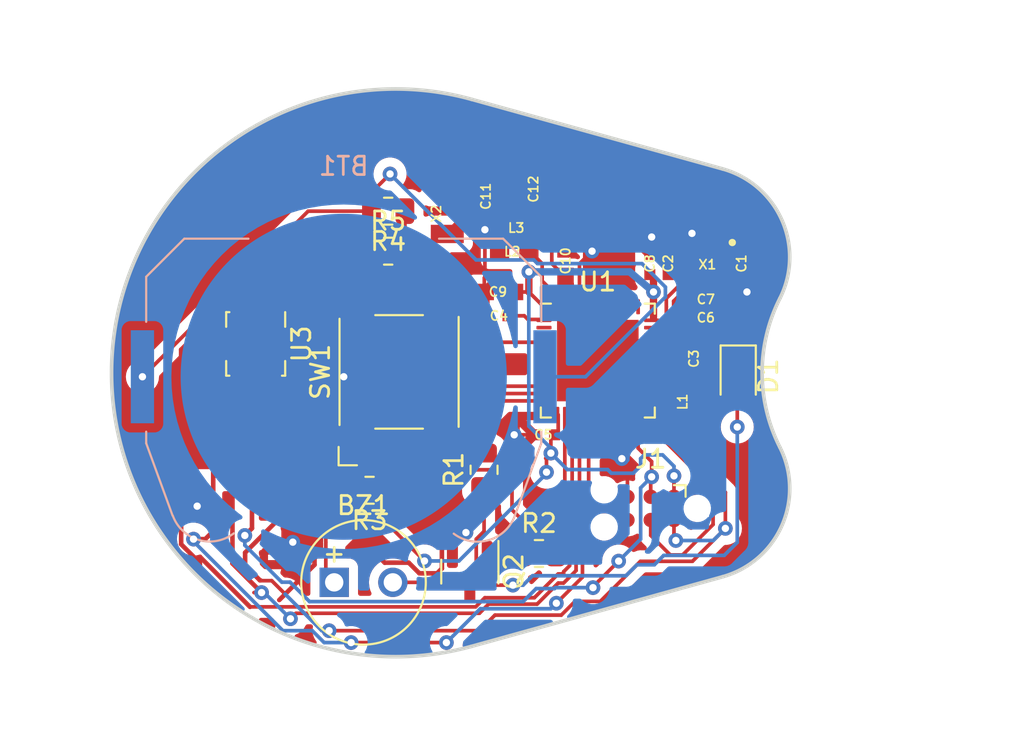
<source format=kicad_pcb>
(kicad_pcb (version 20221018) (generator pcbnew)
  (layers (0 "F.Cu" signal) (31 "B.Cu" signal) (34 "B.Paste" user) (35 "F.Paste" user) (36 "B.SilkS" user "B.Silkscreen") (37 "F.SilkS" user "F.Silkscreen") (38 "B.Mask" user) (39 "F.Mask" user) (44 "Edge.Cuts" user))
  (net 0 "")
  (net 1 "GND")
  (net 2 "P0.00/XL1")
  (net 3 "P0.01/XL2")
  (net 4 "RF")
  (net 5 "N$2")
  (net 6 "Net-(D1-A)")
  (net 7 "/P0.10")
  (net 8 "/DEC1")
  (net 9 "/P0.00{slash}XL1")
  (net 10 "/P0.01{slash}XL2")
  (net 11 "/P0.06")
  (net 12 "/P0.07")
  (net 13 "/P0.08")
  (net 14 "/P0.09")
  (net 15 "VCC")
  (net 16 "/P0.14")
  (net 17 "/P0.15")
  (net 18 "/P0.16")
  (net 19 "/P0.17")
  (net 20 "/P0.18{slash}SWO")
  (net 21 "/P0.19")
  (net 22 "/P0.20")
  (net 23 "/P0.21{slash}RESET")
  (net 24 "/SWDCLK")
  (net 25 "/P0.22")
  (net 26 "/P0.23")
  (net 27 "/P0.24")
  (net 28 "Net-(U1-ANT@30)")
  (net 29 "/DEC2")
  (net 30 "/DEC3")
  (net 31 "Net-(U1-XC1@34)")
  (net 32 "Net-(U1-XC2@35)")
  (net 33 "/P0.25")
  (net 34 "/P0.26")
  (net 35 "/P0.27")
  (net 36 "/P0.28")
  (net 37 "/P0.29")
  (net 38 "/P0.30")
  (net 39 "/P0.31")
  (net 41 "/DEC4")
  (net 42 "Net-(U1-DCC@47)")
  (net 43 "Net-(BZ1-+)")
  (net 44 "Net-(Q2-B)")
  (net 45 "Net-(R3-Pad2)")
  (net 46 "P02")
  (net 47 "Net-(BT1-+)")
  (net 48 "Net-(BT1--)")
  (net 49 "SCL")
  (net 50 "CS")
  (net 51 "SDA")
  (net 52 "SDO")
  (net 53 "/P0.05")
  (net 54 "/P0.04")
  (net 55 "/P0.03")
  (footprint "XTAL_3215_N" (layer "F.Cu") (at 141.2484 97.8844 90)
    (fp_text reference "X2")
    (fp_text value "32.768kHz")
  )
  (footprint "RESC0402_N" (layer "F.Cu") (at 157.3011 100.8036 -90)
    (fp_text reference "C1")
    (fp_text value "12pF")
  )
  (footprint "RESC0402_N" (layer "F.Cu") (at 153.3011 100.8036 90)
    (fp_text reference "C2")
    (fp_text value "12pF")
  )
  (footprint "RESC0402_N" (layer "F.Cu") (at 144.0092 103.6036 180)
    (fp_text reference "C4")
    (fp_text value "100nF")
  )
  (footprint "Resistor_SMD:R_0805_2012Metric" (layer "F.Cu") (at 143.256 112.014 90)
    (fp_text reference "R1")
    (fp_text value "R")
  )
  (footprint "RESC0402_N" (layer "F.Cu") (at 145.9484 96.8844 -90)
    (fp_text reference "C12")
    (fp_text value "12pF")
  )
  (footprint "RESC0402_N" (layer "F.Cu") (at 154.686 108.2968 -90)
    (fp_text reference "L1")
    (fp_text value "3.9nH")
  )
  (footprint "RESC0402_N" (layer "F.Cu") (at 152.3011 100.8036 90)
    (fp_text reference "C8")
    (fp_text value "100nF")
  )
  (footprint "RESC0603_N" (layer "F.Cu") (at 147.7011 100.7036 90)
    (fp_text reference "C10")
    (fp_text value "1.0µF")
  )
  (footprint "RESC0603_N" (layer "F.Cu") (at 144.9011 100.1036 180)
    (fp_text reference "L2")
    (fp_text value "10µH")
  )
  (footprint "RESC0402_N" (layer "F.Cu") (at 143.9484 96.8844 90)
    (fp_text reference "C11")
    (fp_text value "12pF")
  )
  (footprint "Resistor_SMD:R_0805_2012Metric" (layer "F.Cu") (at 138.0236 100.076)
    (fp_text reference "R5")
    (fp_text value "R")
  )
  (footprint "Package_TO_SOT_SMD:SOT-23" (layer "F.Cu") (at 142.4788 117.5743 -90)
    (fp_text reference "Q2")
    (fp_text value "MMBTA42")
  )
  (footprint "RESC0402_N" (layer "F.Cu") (at 154.7011 106.0036 90)
    (fp_text reference "C3")
    (fp_text value "0.8pF")
  )
  (footprint "BT-XTAL_2016_N" (layer "F.Cu") (at 155.3011 100.8036 180)
    (fp_text reference "X1")
    (fp_text value "32MHz")
  )
  (footprint "Resistor_SMD:R_0805_2012Metric" (layer "F.Cu") (at 146.2513 116.586)
    (fp_text reference "R2")
    (fp_text value "R")
  )
  (footprint "RESC0402_N" (layer "F.Cu") (at 146.5511 110.1036 180)
    (fp_text reference "C5")
    (fp_text value "100nF")
  )
  (footprint "RESC0603_N" (layer "F.Cu") (at 144.0688 102.3036 180)
    (fp_text reference "C9")
    (fp_text value "4.7µF")
  )
  (footprint "RESC0402_N" (layer "F.Cu") (at 155.3011 102.7036)
    (fp_text reference "C7")
    (fp_text value "100pF")
  )
  (footprint "Buzzer_Beeper:MagneticBuzzer_Kingstate_KCG0601" (layer "F.Cu") (at 135.0776 118.1608)
    (fp_text reference "BZ1")
    (fp_text value "Buzzer")
  )
  (footprint "LED_SMD:LED_0805_2012Metric" (layer "F.Cu") (at 157.1244 106.9109 -90)
    (fp_text reference "D1")
    (fp_text value "LED")
  )
  (footprint "Resistor_SMD:R_0805_2012Metric" (layer "F.Cu") (at 138.0236 97.8916 180)
    (fp_text reference "R4")
    (fp_text value "R")
  )
  (footprint "Resistor_SMD:R_0805_2012Metric" (layer "F.Cu") (at 137.0076 113.1316 180)
    (fp_text reference "R3")
    (fp_text value "R")
  )
  (footprint "Sensor_Motion:Analog_LGA-16_3.25x3mm_P0.5mm_LayoutBorder3x5y" (layer "F.Cu") (at 130.7925 105.14 -90)
    (fp_text reference "U3")
    (fp_text value "ADXL363")
  )
  (footprint "Button_Switch_SMD:SW_SPST_Omron_B3FS-100xP" (layer "F.Cu") (at 138.6184 106.6674 90)
    (fp_text reference "SW1")
    (fp_text value "SW_Push")
  )
  (footprint "RESC0402_N" (layer "F.Cu") (at 144.9011 98.8036)
    (fp_text reference "L3")
    (fp_text value "15nH")
  )
  (footprint "Package_DFN_QFN:UQFN-48-1EP_6x6mm_P0.4mm_EP4.45x4.45mm" (layer "F.Cu") (at 149.4625 106.05)
    (fp_text reference "U1")
    (fp_text value "NRF52832")
  )
  (footprint "RESC0402_N" (layer "F.Cu") (at 155.3011 103.7036)
    (fp_text reference "C6")
    (fp_text value "N.M.")
  )
  (footprint "Connector:Tag-Connect_TC2030-IDC-NL_2x03_P1.27mm_Vertical" (layer "F.Cu") (at 152.3492 114.1222 180)
    (fp_text reference "J1")
    (fp_text value "Conn_ARM_SWD_TagConnect_TC2030-NL")
  )
  (footprint "Battery:BatteryHolder_Keystone_3034_1x20mm" (layer "B.Cu") (at 135.5974 106.934 180)
    (fp_text reference "BT1")
    (fp_text value "Battery_Cell")
  )
  (gr_arc (start 156.270874 95.582893) (mid 159.508209 98.380462) (end 159.39648 102.657638) (stroke (width 0.2)) (layer "Edge.Cuts"))
  (gr_line (start 142.569983 91.783254) (end 156.270874 95.582893) (stroke (width 0.2)) (layer "Edge.Cuts"))
  (gr_arc (start 159.39648 110.781388) (mid 159.508193 115.058543) (end 156.270874 117.856133) (stroke (width 0.2)) (layer "Edge.Cuts"))
  (gr_line (start 156.270874 117.856133) (end 142.569983 121.655772) (stroke (width 0.2)) (layer "Edge.Cuts"))
  (gr_arc (start 159.39648 110.781388) (mid 158.427741 106.719513) (end 159.39648 102.657638) (stroke (width 0.2)) (layer "Edge.Cuts"))
  (gr_arc (start 142.569983 121.655772) (mid 122.927742 106.719513) (end 142.569983 91.783254) (stroke (width 0.2)) (layer "Edge.Cuts"))
  (segment (start 152.3011 99.4036) (end 152.4011 99.3036) (width 0.2) (layer "F.Cu") (net 1))
  (segment (start 157.3011 101.3536) (end 156.0511 101.3536) (width 0.2) (layer "F.Cu") (net 1))
  (segment (start 131.2164 117.1952) (end 132.3048 117.1952) (width 0.2) (layer "F.Cu") (net 1))
  (segment (start 156.0261 101.3786) (end 156.0261 101.9286) (width 0.2) (layer "F.Cu") (net 1))
  (segment (start 157.2011 102.7036) (end 157.6011 102.3036) (width 0.2) (layer "F.Cu") (net 1))
  (segment (start 156.0261 101.9286) (end 156.8011 102.7036) (width 0.2) (layer "F.Cu") (net 1))
  (segment (start 148.9764 99.9036) (end 149.1488 100.076) (width 0.2) (layer "F.Cu") (net 1))
  (segment (start 156.0511 101.3536) (end 156.0261 101.3786) (width 0.2) (layer "F.Cu") (net 1))
  (segment (start 148.4625 100.7623) (end 149.1488 100.076) (width 0.2) (layer "F.Cu") (net 1))
  (segment (start 132.818276 116.681724) (end 132.818276 115.965588) (width 0.2) (layer "F.Cu") (net 1))
  (segment (start 143.3011 101.5036) (end 143.2688 101.5359) (width 0.2) (layer "F.Cu") (net 1))
  (segment (start 132.3048 117.1952) (end 132.818276 116.681724) (width 0.2) (layer "F.Cu") (net 1))
  (segment (start 154.5761 99.1286) (end 154.6011 99.1036) (width 0.2) (layer "F.Cu") (net 1))
  (segment (start 151.0792 112.4458) (end 151.0792 111.7092) (width 0.2) (layer "F.Cu") (net 1))
  (segment (start 143.3011 101.5036) (end 143.3011 98.9036) (width 0.2) (layer "F.Cu") (net 1))
  (segment (start 141.5288 116.1796) (end 142.2663 115.4421) (width 0.2) (layer "F.Cu") (net 1))
  (segment (start 155.0511 105.4536) (end 156.8011 103.7036) (width 0.2) (layer "F.Cu") (net 1))
  (segment (start 143.3011 98.0817) (end 143.3011 98.9036) (width 0.2) (layer "F.Cu") (net 1))
  (segment (start 157.1244 105.9734) (end 157.1244 104.0269) (width 0.2) (layer "F.Cu") (net 1))
  (segment (start 146.0011 110.1036) (end 144.9011 110.1036) (width 0.2) (layer "F.Cu") (net 1))
  (segment (start 143.9484 97.4344) (end 143.3011 98.0817) (width 0.2) (layer "F.Cu") (net 1))
  (segment (start 156.8011 102.7036) (end 157.2011 102.7036) (width 0.2) (layer "F.Cu") (net 1))
  (segment (start 155.8511 103.7036) (end 156.8011 103.7036) (width 0.2) (layer "F.Cu") (net 1))
  (segment (start 154.3511 105.8036) (end 154.7011 105.4536) (width 0.2) (layer "F.Cu") (net 1))
  (segment (start 132.388664 116.3952) (end 132.818276 115.965588) (width 0.2) (layer "F.Cu") (net 1))
  (segment (start 157.3011 101.3536) (end 157.3011 102.0036) (width 0.2) (layer "F.Cu") (net 1))
  (segment (start 141.5288 116.6368) (end 141.5288 116.1796) (width 0.2) (layer "F.Cu") (net 1))
  (segment (start 143.9484 97.4344) (end 144.8484 97.4344) (width 0.2) (layer "F.Cu") (net 1))
  (segment (start 144.8484 97.4344) (end 145.9484 96.3344) (width 0.2) (layer "F.Cu") (net 1))
  (segment (start 154.5511 100.2536) (end 154.5761 100.2286) (width 0.2) (layer "F.Cu") (net 1))
  (segment (start 151.0792 113.4872) (end 151.0792 112.4458) (width 0.2) (layer "F.Cu") (net 1))
  (segment (start 127.6048 113.9952) (end 127.6 114) (width 0.2) (layer "F.Cu") (net 1))
  (segment (start 148.4625 103.1125) (end 148.4625 100.7623) (width 0.2) (layer "F.Cu") (net 1))
  (segment (start 151.0792 111.7092) (end 150.7744 111.4044) (width 0.2) (layer "F.Cu") (net 1))
  (segment (start 157.3011 102.0036) (end 157.6011 102.3036) (width 0.2) (layer "F.Cu") (net 1))
  (segment (start 143.4592 103.6036) (end 143.4592 102.494) (width 0.2) (layer "F.Cu") (net 1))
  (segment (start 143.2688 101.5359) (end 143.2688 102.3036) (width 0.2) (layer "F.Cu") (net 1))
  (segment (start 154.5761 100.2286) (end 154.5761 99.1286) (width 0.2) (layer "F.Cu") (net 1))
  (segment (start 131.2164 116.3952) (end 132.388664 116.3952) (width 0.2) (layer "F.Cu") (net 1))
  (segment (start 143.4592 102.494) (end 143.2688 102.3036) (width 0.2) (layer "F.Cu") (net 1))
  (segment (start 147.7011 99.9036) (end 148.9764 99.9036) (width 0.2) (layer "F.Cu") (net 1))
  (segment (start 152.5011 105.8036) (end 154.3511 105.8036) (width 0.2) (layer "F.Cu") (net 1))
  (segment (start 157.1244 104.0269) (end 156.8011 103.7036) (width 0.2) (layer "F.Cu") (net 1))
  (segment (start 154.7011 105.4536) (end 155.0511 105.4536) (width 0.2) (layer "F.Cu") (net 1))
  (segment (start 155.8511 102.7036) (end 156.8011 102.7036) (width 0.2) (layer "F.Cu") (net 1))
  (segment (start 152.3011 100.2536) (end 152.3011 99.4036) (width 0.2) (layer "F.Cu") (net 1))
  (segment (start 156.8011 103.7036) (end 156.8011 102.7036) (width 0.2) (layer "F.Cu") (net 1))
  (segment (start 153.3011 100.2536) (end 154.5511 100.2536) (width 0.2) (layer "F.Cu") (net 1))
  (via (at 127.6 114) (size 0.8) (drill 0.4) (layers "F.Cu" "B.Cu") (net 1))
  (via (at 132.818276 115.965588) (size 0.8) (drill 0.4) (layers "F.Cu" "B.Cu") (net 1))
  (via (at 152.4011 99.3036) (size 0.8) (drill 0.4) (layers "F.Cu" "B.Cu") (net 1))
  (via (at 157.6011 102.3036) (size 0.8) (drill 0.4) (layers "F.Cu" "B.Cu") (net 1))
  (via (at 149.1488 100.076) (size 0.8) (drill 0.4) (layers "F.Cu" "B.Cu") (net 1))
  (via (at 154.6011 99.1036) (size 0.8) (drill 0.4) (layers "F.Cu" "B.Cu") (net 1))
  (via (at 142.2663 115.4421) (size 0.8) (drill 0.4) (layers "F.Cu" "B.Cu") (net 1))
  (via (at 150.7744 111.4044) (size 0.8) (drill 0.4) (layers "F.Cu" "B.Cu") (net 1))
  (via (at 144.9011 110.1036) (size 0.8) (drill 0.4) (layers "F.Cu" "B.Cu") (net 1))
  (via (at 143.3011 98.9036) (size 0.8) (drill 0.4) (layers "F.Cu" "B.Cu") (net 1))
  (segment (start 141.2484 99.0344) (end 141.2484 99.1344) (width 0.2) (layer "F.Cu") (net 2))
  (segment (start 143.9484 96.3344) (end 141.2484 99.0344) (width 0.2) (layer "F.Cu") (net 2))
  (segment (start 146.5484 95.7344) (end 142.1484 95.7344) (width 0.2) (layer "F.Cu") (net 3))
  (segment (start 145.9484 97.4344) (end 146.5484 96.8344) (width 0.2) (layer "F.Cu") (net 3))
  (segment (start 146.5484 96.8344) (end 146.5484 95.7344) (width 0.2) (layer "F.Cu") (net 3))
  (segment (start 142.1484 95.7344) (end 141.2484 96.6344) (width 0.2) (layer "F.Cu") (net 3))
  (segment (start 144.3511 100.1036) (end 144.1011 100.1036) (width 0.2) (layer "F.Cu") (net 5))
  (segment (start 144.3511 98.8036) (end 144.3511 100.1036) (width 0.2) (layer "F.Cu") (net 5))
  (segment (start 157.0736 107.8992) (end 157.1244 107.8484) (width 0.2) (layer "F.Cu") (net 6))
  (segment (start 157.0736 109.6772) (end 157.0736 107.8992) (width 0.2) (layer "F.Cu") (net 6))
  (segment (start 143.256 115.371639) (end 143.256 112.9265) (width 0.2) (layer "F.Cu") (net 6))
  (segment (start 142.8288 115.798839) (end 143.256 115.371639) (width 0.2) (layer "F.Cu") (net 6))
  (segment (start 143.731304 118.3132) (end 144.8308 118.3132) (width 0.2) (layer "F.Cu") (net 6))
  (segment (start 143.256 112.9265) (end 142.8288 113.3537) (width 0.2) (layer "F.Cu") (net 6))
  (segment (start 142.8288 117.410696) (end 142.8288 115.798839) (width 0.2) (layer "F.Cu") (net 6))
  (segment (start 142.8288 117.410696) (end 143.731304 118.3132) (width 0.2) (layer "F.Cu") (net 6))
  (via (at 144.8308 118.3132) (size 0.8) (drill 0.4) (layers "F.Cu" "B.Cu") (net 6))
  (via (at 157.0736 109.6772) (size 0.8) (drill 0.4) (layers "F.Cu" "B.Cu") (net 6))
  (segment (start 145.3868 118.3132) (end 145.9 117.8) (width 0.2) (layer "B.Cu") (net 6))
  (segment (start 151.6 117.2) (end 152.548 117.2) (width 0.2) (layer "B.Cu") (net 6))
  (segment (start 151 117.8) (end 151.6 117.2) (width 0.2) (layer "B.Cu") (net 6))
  (segment (start 152.548 117.2) (end 153.0604 116.6876) (width 0.2) (layer "B.Cu") (net 6))
  (segment (start 144.8308 118.3132) (end 145.3868 118.3132) (width 0.2) (layer "B.Cu") (net 6))
  (segment (start 157.0736 115.9764) (end 157.0736 109.6772) (width 0.2) (layer "B.Cu") (net 6))
  (segment (start 156.3624 116.6876) (end 157.0736 115.9764) (width 0.2) (layer "B.Cu") (net 6))
  (segment (start 145.9 117.8) (end 151 117.8) (width 0.2) (layer "B.Cu") (net 6))
  (segment (start 153.0604 116.6876) (end 156.3624 116.6876) (width 0.2) (layer "B.Cu") (net 6))
  (segment (start 146.525 108.25) (end 144.35 108.25) (width 0.2) (layer "F.Cu") (net 7))
  (segment (start 143.3 109.3) (end 143.3 111.0575) (width 0.25) (layer "F.Cu") (net 7))
  (segment (start 144.35 108.25) (end 143.3 109.3) (width 0.2) (layer "F.Cu") (net 7))
  (segment (start 143.25 111.175) (end 143.3 111.125) (width 0.2) (layer "F.Cu") (net 7))
  (segment (start 143.3 111.0575) (end 143.256 111.1015) (width 0.25) (layer "F.Cu") (net 7))
  (segment (start 146.5011 103.8036) (end 145.6511 103.8036) (width 0.2) (layer "F.Cu") (net 8))
  (segment (start 145.6511 103.8036) (end 145.4511 103.6036) (width 0.2) (layer "F.Cu") (net 8))
  (segment (start 144.5592 103.6036) (end 145.4511 103.6036) (width 0.2) (layer "F.Cu") (net 8))
  (segment (start 142.968695 107.45) (end 146.525 107.45) (width 0.2) (layer "F.Cu") (net 13))
  (segment (start 140.8684 102.6924) (end 140.8684 109.550295) (width 0.2) (layer "F.Cu") (net 13))
  (segment (start 140.8684 109.550295) (end 142.968695 107.45) (width 0.2) (layer "F.Cu") (net 13))
  (segment (start 140.8684 110.6424) (end 140.8684 109.550295) (width 0.2) (layer "F.Cu") (net 13))
  (segment (start 144.148959 107.85) (end 141.8684 110.130559) (width 0.2) (layer "F.Cu") (net 14))
  (segment (start 146.525 107.85) (end 144.148959 107.85) (width 0.2) (layer "F.Cu") (net 14))
  (segment (start 141.8684 110.130559) (end 141.8684 111.204217) (width 0.2) (layer "F.Cu") (net 14))
  (segment (start 144.526 112.014) (end 144.78 112.268) (width 0.2) (layer "F.Cu") (net 14))
  (segment (start 144.78 114.2022) (end 147.1638 116.586) (width 0.2) (layer "F.Cu") (net 14))
  (segment (start 147.1638 116.14975) (end 147.1638 116.586) (width 0.2) (layer "F.Cu") (net 14))
  (segment (start 141.8684 111.204217) (end 142.678183 112.014) (width 0.2) (layer "F.Cu") (net 14))
  (segment (start 142.678183 112.014) (end 144.526 112.014) (width 0.2) (layer "F.Cu") (net 14))
  (segment (start 144.78 112.268) (end 144.78 114.2022) (width 0.2) (layer "F.Cu") (net 14))
  (segment (start 152.3011 101.3536) (end 152.5011 101.5536) (width 0.4) (layer "F.Cu") (net 15))
  (segment (start 147.1011 110.1036) (end 146.9011 110.1036) (width 0.2) (layer "F.Cu") (net 15))
  (segment (start 134.62 113.0776) (end 134.62 115.9741) (width 0.2) (layer "F.Cu") (net 15))
  (segment (start 144.8688 102.3036) (end 145.7011 102.3036) (width 0.2) (layer "F.Cu") (net 15))
  (segment (start 147.3011 109.0036) (end 147.3011 110.1036) (width 0.2) (layer "F.Cu") (net 15))
  (segment (start 137.9201 114.9077) (end 140.0048 116.9924) (width 0.2) (layer "F.Cu") (net 15))
  (segment (start 132.0675 105.64) (end 134.1 107.6725) (width 0.25) (layer "F.Cu") (net 15))
  (segment (start 146.662739 111.430924) (end 146.618257 111.386442) (width 0.2) (layer "F.Cu") (net 15))
  (segment (start 152.5011 102.3036) (end 152.5011 103.7036) (width 0.4) (layer "F.Cu") (net 15))
  (segment (start 146.9011 110.1036) (end 146.9011 111.1036) (width 0.2) (layer "F.Cu") (net 15))
  (segment (start 147.3011 110.1036) (end 147.1011 110.1036) (width 0.2) (layer "F.Cu") (net 15))
  (segment (start 145.7011 101.2036) (end 145.7011 102.3036) (width 0.4) (layer "F.Cu") (net 15))
  (segment (start 152.5011 103.8036) (end 152.5011 103.7036) (width 0.2) (layer "F.Cu") (net 15))
  (segment (start 137.9201 113.1316) (end 137.9201 114.9077) (width 0.2) (layer "F.Cu") (net 15))
  (segment (start 152.5011 101.5536) (end 152.5011 102.3036) (width 0.4) (layer "F.Cu") (net 15))
  (segment (start 146.662739 112.145495) (end 146.662739 111.430924) (width 0.2) (layer "F.Cu") (net 15))
  (segment (start 147.3011 103.0036) (end 146.4011 103.0036) (width 0.2) (layer "F.Cu") (net 15))
  (segment (start 134.62 118.1608) (end 134.62 115.9741) (width 0.2) (layer "F.Cu") (net 15))
  (segment (start 134.1 107.6725) (end 134.1 112.501584) (width 0.25) (layer "F.Cu") (net 15))
  (segment (start 153.6192 113.4872) (end 153.6192 112.3442) (width 0.2) (layer "F.Cu") (net 15))
  (segment (start 146.4011 103.0036) (end 145.7011 102.3036) (width 0.2) (layer "F.Cu") (net 15))
  (segment (start 134.1 112.501584) (end 134.071992 112.529592) (width 0.25) (layer "F.Cu") (net 15))
  (via (at 140.0048 116.9924) (size 0.8) (drill 0.4) (layers "F.Cu" "B.Cu") (net 15))
  (via (at 145.7011 101.2036) (size 0.8) (drill 0.4) (layers "F.Cu" "B.Cu") (net 15))
  (via (at 146.662739 112.145495) (size 0.8) (drill 0.4) (layers "F.Cu" "B.Cu") (net 15))
  (via (at 146.9011 111.1036) (size 0.8) (drill 0.4) (layers "F.Cu" "B.Cu") (net 15))
  (via (at 153.6192 112.3442) (size 0.8) (drill 0.4) (layers "F.Cu" "B.Cu") (net 15))
  (via (at 152.5011 102.3036) (size 0.8) (drill 0.4) (layers "F.Cu" "B.Cu") (net 15))
  (segment (start 145.6974 101.2073) (end 145.6974 109.6294) (width 0.2) (layer "B.Cu") (net 15))
  (segment (start 146.662739 112.214061) (end 146.662739 112.145495) (width 0.2) (layer "B.Cu") (net 15))
  (segment (start 150.2 112.2) (end 150 112) (width 0.2) (layer "B.Cu") (net 15))
  (segment (start 152 111.2) (end 151.8 111.4) (width 0.2) (layer "B.Cu") (net 15))
  (segment (start 151.8 111.4) (end 151.8 111.8) (width 0.2) (layer "B.Cu") (net 15))
  (segment (start 153 111.2) (end 152 111.2) (width 0.2) (layer "B.Cu") (net 15))
  (segment (start 151.4 112.2) (end 150.2 112.2) (width 0.2) (layer "B.Cu") (net 15))
  (segment (start 140.0048 116.9924) (end 141.8844 116.9924) (width 0.2) (layer "B.Cu") (net 15))
  (segment (start 146.9011 110.8331) (end 146.9011 111.1036) (width 0.2) (layer "B.Cu") (net 15))
  (segment (start 141.8844 116.9924) (end 146.662739 112.214061) (width 0.2) (layer "B.Cu") (net 15))
  (segment (start 146.9011 111.3411) (end 146.9011 111.1036) (width 0.2) (layer "B.Cu") (net 15))
  (segment (start 145.7011 101.2036) (end 151.2011 101.2036) (width 0.4) (layer "B.Cu") (net 15))
  (segment (start 153.6192 111.8192) (end 153 111.2) (width 0.2) (layer "B.Cu") (net 15))
  (segment (start 151.8 111.8) (end 151.4 112.2) (width 0.2) (layer "B.Cu") (net 15))
  (segment (start 151.2011 101.2036) (end 152.5011 102.3036) (width 0.4) (layer "B.Cu") (net 15))
  (segment (start 145.6974 109.6294) (end 146.9011 110.8331) (width 0.2) (layer "B.Cu") (net 15))
  (segment (start 153.6192 112.3442) (end 153.6192 111.8192) (width 0.2) (layer "B.Cu") (net 15))
  (segment (start 147.7975 112) (end 146.9011 111.1036) (width 0.2) (layer "B.Cu") (net 15))
  (segment (start 150 112) (end 147.7975 112) (width 0.2) (layer "B.Cu") (net 15))
  (segment (start 145.7011 101.2036) (end 145.6974 101.2073) (width 0.2) (layer "B.Cu") (net 15))
  (segment (start 148.9639 113.6833) (end 148.9639 111.203461) (width 0.2) (layer "F.Cu") (net 20))
  (segment (start 150.4625 109.704861) (end 150.4625 108.9875) (width 0.2) (layer "F.Cu") (net 20))
  (segment (start 151.0792 114.7572) (end 150.6149 114.2929) (width 0.2) (layer "F.Cu") (net 20))
  (segment (start 148.9639 111.203461) (end 150.4625 109.704861) (width 0.2) (layer "F.Cu") (net 20))
  (segment (start 150.6149 114.2929) (end 149.5735 114.2929) (width 0.2) (layer "F.Cu") (net 20))
  (segment (start 149.5735 114.2929) (end 148.9639 113.6833) (width 0.2) (layer "F.Cu") (net 20))
  (segment (start 130.7925 105.094595) (end 130.7925 103.8525) (width 0.25) (layer "F.Cu") (net 23))
  (segment (start 152.4 111.5675) (end 151.6625 110.83) (width 0.2) (layer "F.Cu") (net 23))
  (segment (start 152.3492 113.4872) (end 152.3492 112.4508) (width 0.2) (layer "F.Cu") (net 23))
  (segment (start 130.5914 111.8414) (end 130.5914 115.2086) (width 0.25) (layer "F.Cu") (net 23))
  (segment (start 130.5914 111.8414) (end 130.2925 111.5425) (width 0.25) (layer "F.Cu") (net 23))
  (segment (start 130.2048 115.5952) (end 130.2 115.6) (width 0.2) (layer "F.Cu") (net 23))
  (segment (start 130.2925 111.5425) (end 130.2925 106.4275) (width 0.25) (layer "F.Cu") (net 23))
  (segment (start 149.2 118.4495) (end 149.2 118.4) (width 0.2) (layer "F.Cu") (net 23))
  (segment (start 149.2 118.4) (end 150.6 117) (width 0.2) (layer "F.Cu") (net 23))
  (segment (start 130.5914 115.2086) (end 130.2 115.6) (width 0.25) (layer "F.Cu") (net 23))
  (segment (start 152.4 112.4) (end 152.4 111.5675) (width 0.2) (layer "F.Cu") (net 23))
  (segment (start 130.2925 106.4275) (end 130.2925 105.594595) (width 0.25) (layer "F.Cu") (net 23))
  (segment (start 130.1952 115.5952) (end 130.2 115.6) (width 0.2) (layer "F.Cu") (net 23))
  (segment (start 151.6625 110.83) (end 151.6625 108.9875) (width 0.2) (layer "F.Cu") (net 23))
  (segment (start 152.3492 112.4508) (end 152.4 112.4) (width 0.2) (layer "F.Cu") (net 23))
  (segment (start 130.2925 105.594595) (end 130.7925 105.094595) (width 0.25) (layer "F.Cu") (net 23))
  (via (at 130.2 115.6) (size 0.8) (drill 0.4) (layers "F.Cu" "B.Cu") (net 23))
  (via (at 152.4 112.4) (size 0.8) (drill 0.4) (layers "F.Cu" "B.Cu") (net 23))
  (via (at 149.2 118.4495) (size 0.8) (drill 0.4) (layers "F.Cu" "B.Cu") (net 23))
  (via (at 150.6 117) (size 0.8) (drill 0.4) (layers "F.Cu" "B.Cu") (net 23))
  (segment (start 151.8 115.8) (end 150.6 117) (width 0.2) (layer "B.Cu") (net 23))
  (segment (start 133.730039 119.2108) (end 145.3892 119.2108) (width 0.2) (layer "B.Cu") (net 23))
  (segment (start 132.669239 118.15) (end 132.216761 118.15) (width 0.2) (layer "B.Cu") (net 23))
  (segment (start 152.4 112.4) (end 151.8 113) (width 0.2) (layer "B.Cu") (net 23))
  (segment (start 147.1 118.5) (end 147.1505 118.4495) (width 0.2) (layer "B.Cu") (net 23))
  (segment (start 145.3892 119.2108) (end 146.1 118.5) (width 0.2) (layer "B.Cu") (net 23))
  (segment (start 151.8 113) (end 151.8 115.8) (width 0.2) (layer "B.Cu") (net 23))
  (segment (start 132.216761 118.15) (end 130.2 116.133239) (width 0.2) (layer "B.Cu") (net 23))
  (segment (start 133.730039 119.2108) (end 132.669239 118.15) (width 0.2) (layer "B.Cu") (net 23))
  (segment (start 146.1 118.5) (end 147.1 118.5) (width 0.2) (layer "B.Cu") (net 23))
  (segment (start 130.2 115.6) (end 130.2 116.133239) (width 0.2) (layer "B.Cu") (net 23))
  (segment (start 147.1505 118.4495) (end 149.2 118.4495) (width 0.2) (layer "B.Cu") (net 23))
  (segment (start 152.4 109.714974) (end 152.4 108.25) (width 0.2) (layer "F.Cu") (net 24))
  (segment (start 155.9052 113.220174) (end 152.4 109.714974) (width 0.2) (layer "F.Cu") (net 24))
  (segment (start 155.7528 114.454035) (end 155.9052 114.301635) (width 0.2) (layer "F.Cu") (net 24))
  (segment (start 152.3492 115.5954) (end 153.416 116.6622) (width 0.2) (layer "F.Cu") (net 24))
  (segment (start 155.7528 115.001539) (end 155.7528 114.454035) (width 0.2) (layer "F.Cu") (net 24))
  (segment (start 152.3492 114.7572) (end 152.3492 115.5954) (width 0.2) (layer "F.Cu") (net 24))
  (segment (start 154.092139 116.6622) (end 155.7528 115.001539) (width 0.2) (layer "F.Cu") (net 24))
  (segment (start 155.9052 114.301635) (end 155.9052 113.220174) (width 0.2) (layer "F.Cu") (net 24))
  (segment (start 153.416 116.6622) (end 154.092139 116.6622) (width 0.2) (layer "F.Cu") (net 24))
  (segment (start 154.7511 106.5536) (end 154.7011 106.5536) (width 0.2) (layer "F.Cu") (net 28))
  (segment (start 152.5011 106.2036) (end 154.3511 106.2036) (width 0.2) (layer "F.Cu") (net 28))
  (segment (start 154.7011 106.5536) (end 154.7011 107.7317) (width 0.2) (layer "F.Cu") (net 28))
  (segment (start 154.7011 107.7317) (end 154.686 107.7468) (width 0.2) (layer "F.Cu") (net 28))
  (segment (start 154.3511 106.2036) (end 154.7011 106.5536) (width 0.2) (layer "F.Cu") (net 28))
  (segment (start 154.1011 104.8036) (end 154.4011 104.5036) (width 0.2) (layer "F.Cu") (net 29))
  (segment (start 154.4011 104.5036) (end 154.4011 104.3036) (width 0.2) (layer "F.Cu") (net 29))
  (segment (start 154.4011 104.3036) (end 154.4011 104.0536) (width 0.2) (layer "F.Cu") (net 29))
  (segment (start 152.5011 105.4036) (end 153.5011 105.4036) (width 0.2) (layer "F.Cu") (net 29))
  (segment (start 153.5011 105.4036) (end 154.1011 104.8036) (width 0.2) (layer "F.Cu") (net 29))
  (segment (start 154.4011 104.0536) (end 154.7511 103.7036) (width 0.2) (layer "F.Cu") (net 29))
  (segment (start 152.5011 105.0036) (end 153.3011 105.0036) (width 0.2) (layer "F.Cu") (net 30))
  (segment (start 153.3011 105.0036) (end 153.7011 104.6036) (width 0.2) (layer "F.Cu") (net 30))
  (segment (start 154.0011 104.3036) (end 154.0011 103.4036) (width 0.2) (layer "F.Cu") (net 30))
  (segment (start 154.6511 102.7536) (end 154.7511 102.7036) (width 0.2) (layer "F.Cu") (net 30))
  (segment (start 153.7011 104.6036) (end 154.0011 104.3036) (width 0.2) (layer "F.Cu") (net 30))
  (segment (start 154.0011 103.4036) (end 154.6511 102.7536) (width 0.2) (layer "F.Cu") (net 30))
  (segment (start 154.3011 102.1036) (end 155.2011 102.1036) (width 0.2) (layer "F.Cu") (net 31))
  (segment (start 155.2011 102.1036) (end 155.3011 102.0036) (width 0.2) (layer "F.Cu") (net 31))
  (segment (start 156.0511 100.2536) (end 156.0261 100.2286) (width 0.2) (layer "F.Cu") (net 31))
  (segment (start 153.6011 103.3036) (end 153.6011 102.8036) (width 0.2) (layer "F.Cu") (net 31))
  (segment (start 155.9261 100.2286) (end 156.0261 100.2286) (width 0.15) (layer "F.Cu") (net 31))
  (segment (start 157.3011 100.2536) (end 156.0511 100.2536) (width 0.2) (layer "F.Cu") (net 31))
  (segment (start 153.6011 104.1036) (end 153.6011 103.3036) (width 0.2) (layer "F.Cu") (net 31))
  (segment (start 153.6011 102.8036) (end 154.3011 102.1036) (width 0.2) (layer "F.Cu") (net 31))
  (segment (start 153.5011 104.2036) (end 153.6011 104.1036) (width 0.2) (layer "F.Cu") (net 31))
  (segment (start 153.1011 104.6036) (end 153.5011 104.2036) (width 0.2) (layer "F.Cu") (net 31))
  (segment (start 155.3011 100.8536) (end 155.9261 100.2286) (width 0.15) (layer "F.Cu") (net 31))
  (segment (start 152.5011 104.6036) (end 153.1011 104.6036) (width 0.2) (layer "F.Cu") (net 31))
  (segment (start 155.3011 102.0036) (end 155.3011 100.8536) (width 0.15) (layer "F.Cu") (net 31))
  (segment (start 153.2011 103.9036) (end 153.2011 103.1036) (width 0.2) (layer "F.Cu") (net 32))
  (segment (start 152.5011 104.2036) (end 152.9011 104.2036) (width 0.2) (layer "F.Cu") (net 32))
  (segment (start 152.9011 104.2036) (end 153.2011 103.9036) (width 0.2) (layer "F.Cu") (net 32))
  (segment (start 153.3011 101.3536) (end 154.5011 101.3536) (width 0.2) (layer "F.Cu") (net 32))
  (segment (start 154.5511 101.3536) (end 154.5761 101.3786) (width 0.2) (layer "F.Cu") (net 32))
  (segment (start 153.2011 102.6536) (end 154.5011 101.3536) (width 0.2) (layer "F.Cu") (net 32))
  (segment (start 153.2011 103.1036) (end 153.2011 102.6536) (width 0.2) (layer "F.Cu") (net 32))
  (segment (start 154.5011 101.3536) (end 154.5511 101.3536) (width 0.2) (layer "F.Cu") (net 32))
  (segment (start 146.9511 100.7536) (end 147.7011 101.5036) (width 0.2) (layer "F.Cu") (net 41))
  (segment (start 146.9511 100.5536) (end 146.9511 100.7536) (width 0.2) (layer "F.Cu") (net 41))
  (segment (start 148.0625 101.865) (end 147.7011 101.5036) (width 0.2) (layer "F.Cu") (net 41))
  (segment (start 146.0011 98.8036) (end 146.9511 99.7536) (width 0.2) (layer "F.Cu") (net 41))
  (segment (start 146.9511 99.7536) (end 146.9511 100.5536) (width 0.2) (layer "F.Cu") (net 41))
  (segment (start 148.0625 103.1125) (end 148.0625 101.865) (width 0.2) (layer "F.Cu") (net 41))
  (segment (start 145.4511 98.8036) (end 146.0011 98.8036) (width 0.2) (layer "F.Cu") (net 41))
  (segment (start 147.1725 102.45) (end 147.6756 102.45) (width 0.2) (layer "F.Cu") (net 42))
  (segment (start 145.7011 100.1036) (end 145.7761 100.1036) (width 0.2) (layer "F.Cu") (net 42))
  (segment (start 145.7761 100.1036) (end 146.4261 100.7536) (width 0.2) (layer "F.Cu") (net 42))
  (segment (start 147.6756 102.45) (end 147.6756 103.0994) (width 0.2) (layer "F.Cu") (net 42))
  (segment (start 147.6756 103.0994) (end 147.6625 103.1125) (width 0.2) (layer "F.Cu") (net 42))
  (segment (start 146.4261 101.7036) (end 147.1725 102.45) (width 0.2) (layer "F.Cu") (net 42))
  (segment (start 146.4261 100.7536) (end 146.4261 101.7036) (width 0.2) (layer "F.Cu") (net 42))
  (segment (start 142.4788 118.5118) (end 142.1278 118.1608) (width 0.2) (layer "F.Cu") (net 43))
  (segment (start 142.1278 118.1608) (end 138.2776 118.1608) (width 0.2) (layer "F.Cu") (net 43))
  (segment (start 145.3388 116.586) (end 143.4796 116.586) (width 0.2) (layer "F.Cu") (net 44))
  (segment (start 143.4796 116.586) (end 143.4288 116.6368) (width 0.2) (layer "F.Cu") (net 44))
  (segment (start 136.3684 102.6924) (end 136.3684 110.6424) (width 0.2) (layer "F.Cu") (net 45))
  (segment (start 136.3684 112.8583) (end 136.3684 110.6424) (width 0.2) (layer "F.Cu") (net 45))
  (segment (start 136.0951 113.1316) (end 136.3684 112.8583) (width 0.2) (layer "F.Cu") (net 45))
  (segment (start 142.081815 104.25) (end 142.035415 104.2036) (width 0.2) (layer "F.Cu") (net 46))
  (segment (start 142.035415 101.834415) (end 142.035415 104.2036) (width 0.2) (layer "F.Cu") (net 46))
  (segment (start 142.081815 105.05) (end 142.081815 104.25) (width 0.2) (layer "F.Cu") (net 46))
  (segment (start 138.9361 100.076) (end 138.9361 97.8916) (width 0.2) (layer "F.Cu") (net 46))
  (segment (start 142.081815 105.05) (end 146.525 105.05) (width 0.2) (layer "F.Cu") (net 46))
  (segment (start 138.9361 100.076) (end 140.277 100.076) (width 0.2) (layer "F.Cu") (net 46))
  (segment (start 140.277 100.076) (end 142.035415 101.834415) (width 0.2) (layer "F.Cu") (net 46))
  (segment (start 137.1111 97.8916) (end 133.6548 97.8916) (width 0.2) (layer "F.Cu") (net 47))
  (segment (start 137.1111 96.8737) (end 138.1252 95.8596) (width 0.2) (layer "F.Cu") (net 47))
  (segment (start 133.6548 97.8916) (end 124.6124 106.934) (width 0.2) (layer "F.Cu") (net 47))
  (segment (start 137.1111 97.8916) (end 137.1111 96.8737) (width 0.2) (layer "F.Cu") (net 47))
  (via (at 138.1252 95.8596) (size 0.8) (drill 0.4) (layers "F.Cu" "B.Cu") (net 47))
  (via (at 124.6124 106.934) (size 0.8) (drill 0.4) (layers "F.Cu" "B.Cu") (net 47))
  (segment (start 153.1511 102.5761) (end 148.7932 106.934) (width 0.2) (layer "B.Cu") (net 47))
  (segment (start 142.8192 100.5536) (end 145.970339 100.5536) (width 0.2) (layer "B.Cu") (net 47))
  (segment (start 148.7932 106.934) (end 146.5824 106.934) (width 0.2) (layer "B.Cu") (net 47))
  (segment (start 146.170339 100.7536) (end 151.870339 100.7536) (width 0.2) (layer "B.Cu") (net 47))
  (segment (start 153.1511 102.034361) (end 153.1511 102.5761) (width 0.2) (layer "B.Cu") (net 47))
  (segment (start 151.870339 100.7536) (end 153.1511 102.034361) (width 0.2) (layer "B.Cu") (net 47))
  (segment (start 138.1252 95.8596) (end 142.8192 100.5536) (width 0.2) (layer "B.Cu") (net 47))
  (segment (start 145.970339 100.5536) (end 146.170339 100.7536) (width 0.2) (layer "B.Cu") (net 47))
  (segment (start 135.3684 106.705) (end 135.5974 106.934) (width 0.2) (layer "F.Cu") (net 48))
  (segment (start 136.8598 100.076) (end 135.3684 101.5674) (width 0.2) (layer "F.Cu") (net 48))
  (segment (start 137.1111 100.076) (end 136.8598 100.076) (width 0.2) (layer "F.Cu") (net 48))
  (segment (start 135.3684 101.5674) (end 135.3684 106.705) (width 0.2) (layer "F.Cu") (net 48))
  (via (at 135.5974 106.934) (size 0.8) (drill 0.4) (layers "F.Cu" "B.Cu") (net 48))
  (segment (start 143.256 108.188) (end 143.914673 108.846673) (width 0.2) (layer "B.Cu") (net 48))
  (segment (start 132.08 101.6) (end 134.62 99.06) (width 0.2) (layer "B.Cu") (net 48))
  (segment (start 132.15 101.67) (end 132.08 101.6) (width 0.2) (layer "B.Cu") (net 48))
  (segment (start 132.2175 103.317946) (end 134.62 105.720446) (width 0.25) (layer "F.Cu") (net 49))
  (segment (start 134.46467 112.7026) (end 134.0026 113.16467) (width 0.25) (layer "F.Cu") (net 49))
  (segment (start 132.014554 103.115) (end 132.2175 103.317946) (width 0.25) (layer "F.Cu") (net 49))
  (segment (start 152.907475 107.85) (end 152.4 107.85) (width 0.2) (layer "F.Cu") (net 49))
  (segment (start 134.995 114.24848) (end 134.995 112.92227) (width 0.25) (layer "F.Cu") (net 49))
  (segment (start 152.909075 107.8484) (end 152.907475 107.85) (width 0.2) (layer "F.Cu") (net 49))
  (segment (start 131.045958 118.0696) (end 131.6696 118.0696) (width 0.2) (layer "F.Cu") (net 49))
  (segment (start 135.3076 112.4476) (end 135.3076 113.80599) (width 0.25) (layer "F.Cu") (net 49))
  (segment (start 131.020958 118.0446) (end 131.045958 118.0446) (width 0.25) (layer "F.Cu") (net 49))
  (segment (start 147.469239 119.95) (end 148.2 119.219239) (width 0.2) (layer "F.Cu") (net 49))
  (segment (start 136.8826 112.70721) (end 137.43321 112.1566) (width 0.25) (layer "F.Cu") (net 49))
  (segment (start 153.5684 110.3884) (end 153.5684 107.8484) (width 0.2) (layer "F.Cu") (net 49))
  (segment (start 134.0026 117.2017) (end 132.08 119.1243) (width 0.25) (layer "F.Cu") (net 49))
  (segment (start 154.6263 117.0122) (end 156.4241 115.2144) (width 0.2) (layer "F.Cu") (net 49))
  (segment (start 132.57262 114.181975) (end 132.57262 107.17262) (width 0.25) (layer "F.Cu") (net 49))
  (segment (start 140.9538 117.404496) (end 140.690896 117.6674) (width 0.25) (layer "F.Cu") (net 49))
  (segment (start 148.2 119.219239) (end 148.2 119.2) (width 0.2) (layer "F.Cu") (net 49))
  (segment (start 153.6192 114.7572) (end 153.8674 114.7572) (width 0.2) (layer "F.Cu") (net 49))
  (segment (start 132.6175 107.12774) (end 132.6175 106.796368) (width 0.25) (layer "F.Cu") (net 49))
  (segment (start 143.85 119.95) (end 147.469239 119.95) (width 0.2) (layer "F.Cu") (net 49))
  (segment (start 134.62 105.720446) (end 134.62 111.76) (width 0.25) (layer "F.Cu") (net 49))
  (segment (start 130.2164 117.240042) (end 131.020958 118.0446) (width 0.25) (layer "F.Cu") (net 49))
  (segment (start 130.570446 103.115) (end 132.014554 103.115) (width 0.25) (layer "F.Cu") (net 49))
  (segment (start 130.2925 103.8525) (end 130.2925 103.392946) (width 0.25) (layer "F.Cu") (net 49))
  (segment (start 134.8 120.8) (end 143 120.8) (width 0.2) (layer "F.Cu") (net 49))
  (segment (start 134.0026 113.16467) (end 134.0026 117.2017) (width 0.25) (layer "F.Cu") (net 49))
  (segment (start 140.9538 114.70341) (end 140.9538 117.404496) (width 0.25) (layer "F.Cu") (net 49))
  (segment (start 156.4241 115.2144) (end 156.4241 113.2441) (width 0.2) (layer "F.Cu") (net 49))
  (segment (start 148.2 119.2) (end 149.6 119.2) (width 0.2) (layer "F.Cu") (net 49))
  (segment (start 135.3076 113.80599) (end 135.60821 114.1066) (width 0.25) (layer "F.Cu") (net 49))
  (segment (start 139.725205 117.6674) (end 139.143605 117.0858) (width 0.25) (layer "F.Cu") (net 49))
  (segment (start 139.143605 117.0858) (end 137.83232 117.0858) (width 0.25) (layer "F.Cu") (net 49))
  (segment (start 137.43321 112.1566) (end 138.40699 112.1566) (width 0.25) (layer "F.Cu") (net 49))
  (segment (start 134.62 111.76) (end 135.3076 112.4476) (width 0.25) (layer "F.Cu") (net 49))
  (segment (start 130.2925 103.392946) (end 130.570446 103.115) (width 0.25) (layer "F.Cu") (net 49))
  (segment (start 151.7878 117.0122) (end 154.6263 117.0122) (width 0.2) (layer "F.Cu") (net 49))
  (segment (start 130.2164 117.240042) (end 130.2164 116.538195) (width 0.25) (layer "F.Cu") (net 49))
  (segment (start 134.77533 112.7026) (end 134.46467 112.7026) (width 0.25) (layer "F.Cu") (net 49))
  (segment (start 149.6 119.2) (end 151.7878 117.0122) (width 0.2) (layer "F.Cu") (net 49))
  (segment (start 153.8674 114.7572) (end 153.8732 114.7514) (width 0.2) (layer "F.Cu") (net 49))
  (segment (start 130.2164 117.1952) (end 130.2164 117.240042) (width 0.2) (layer "F.Cu") (net 49))
  (segment (start 153.6192 114.7572) (end 153.6192 115.5047) (width 0.2) (layer "F.Cu") (net 49))
  (segment (start 143 120.8) (end 143.85 119.95) (width 0.2) (layer "F.Cu") (net 49))
  (segment (start 153.5684 107.8484) (end 152.909075 107.8484) (width 0.2) (layer "F.Cu") (net 49))
  (segment (start 132.57262 107.17262) (end 132.6175 107.12774) (width 0.25) (layer "F.Cu") (net 49))
  (segment (start 130.2164 116.538195) (end 132.57262 114.181975) (width 0.25) (layer "F.Cu") (net 49))
  (segment (start 134.995 112.92227) (end 134.77533 112.7026) (width 0.25) (layer "F.Cu") (net 49))
  (segment (start 136.58199 114.1066) (end 136.8826 113.80599) (width 0.25) (layer "F.Cu") (net 49))
  (segment (start 140.690896 117.6674) (end 139.725205 117.6674) (width 0.25) (layer "F.Cu") (net 49))
  (segment (start 156.4241 113.2441) (end 153.5684 110.3884) (width 0.2) (layer "F.Cu") (net 49))
  (segment (start 153.6192 115.5047) (end 153.6192 115.7732) (width 0.2) (layer "F.Cu") (net 49))
  (segment (start 135.60821 114.1066) (end 136.58199 114.1066) (width 0.25) (layer "F.Cu") (net 49))
  (segment (start 138.40699 112.1566) (end 140.9538 114.70341) (width 0.25) (layer "F.Cu") (net 49))
  (segment (start 153.6192 115.7732) (end 153.7208 115.8748) (width 0.2) (layer "F.Cu") (net 49))
  (segment (start 131.6696 118.0696) (end 132.4 118.8) (width 0.2) (layer "F.Cu") (net 49))
  (segment (start 137.83232 117.0858) (end 134.995 114.24848) (width 0.25) (layer "F.Cu") (net 49))
  (segment (start 136.8826 113.80599) (end 136.8826 112.70721) (width 0.25) (layer "F.Cu") (net 49))
  (via (at 153.7208 115.8748) (size 0.8) (drill 0.4) (layers "F.Cu" "B.Cu") (net 49))
  (via (at 156.4241 115.2144) (size 0.8) (drill 0.4) (layers "F.Cu" "B.Cu") (net 49))
  (via (at 134.8 120.8) (size 0.8) (drill 0.4) (layers "F.Cu" "B.Cu") (net 49))
  (segment (start 155.7637 115.8748) (end 156.4241 115.2144) (width 0.2) (layer "B.Cu") (net 49))
  (segment (start 132.4 118.8) (end 134.4 120.8) (width 0.2) (layer "B.Cu") (net 49))
  (segment (start 153.7208 115.8748) (end 155.7637 115.8748) (width 0.2) (layer "B.Cu") (net 49))
  (segment (start 134.4 120.8) (end 134.8 120.8) (width 0.2) (layer "B.Cu") (net 49))
  (segment (start 127.4 115.8) (end 127.4 115.62972) (width 0.25) (layer "F.Cu") (net 50))
  (segment (start 147.2 119.3) (end 148.6263 117.8737) (width 0.2) (layer "F.Cu") (net 50))
  (segment (start 148.6263 114.151572) (end 148.4625 113.987772) (width 0.2) (layer "F.Cu") (net 50))
  (segment (start 148.4625 113.987772) (end 148.4625 108.9875) (width 0.2) (layer "F.Cu") (net 50))
  (segment (start 128.04 115.8) (end 128.475 115.365) (width 0.25) (layer "F.Cu") (net 50))
  (segment (start 128.475 115.365) (end 128.475 106.6825) (width 0.25) (layer "F.Cu") (net 50))
  (segment (start 128.475 106.6825) (end 129.5175 105.64) (width 0.25) (layer "F.Cu") (net 50))
  (segment (start 148.6263 117.8737) (end 148.6263 114.151572) (width 0.2) (layer "F.Cu") (net 50))
  (segment (start 136 121.4495) (end 141.2 121.4495) (width 0.2) (layer "F.Cu") (net 50))
  (segment (start 127.4 115.8) (end 128.04 115.8) (width 0.25) (layer "F.Cu") (net 50))
  (via (at 127.4 115.8) (size 0.8) (drill 0.4) (layers "F.Cu" "B.Cu") (net 50))
  (via (at 136 121.4495) (size 0.8) (drill 0.4) (layers "F.Cu" "B.Cu") (net 50))
  (via (at 141.2 121.4495) (size 0.8) (drill 0.4) (layers "F.Cu" "B.Cu") (net 50))
  (via (at 147.2 119.3) (size 0.8) (drill 0.4) (layers "F.Cu" "B.Cu") (net 50))
  (segment (start 127.4 115.924039) (end 132.275961 120.8) (width 0.2) (layer "B.Cu") (net 50))
  (segment (start 133.880761 120.8) (end 134.530261 121.4495) (width 0.2) (layer "B.Cu") (net 50))
  (segment (start 146.9 119.6) (end 147.2 119.3) (width 0.2) (layer "B.Cu") (net 50))
  (segment (start 141.2 121.4495) (end 143.0495 119.6) (width 0.2) (layer "B.Cu") (net 50))
  (segment (start 127.4 115.8) (end 127.4 115.924039) (width 0.2) (layer "B.Cu") (net 50))
  (segment (start 143.0495 119.6) (end 146.9 119.6) (width 0.2) (layer "B.Cu") (net 50))
  (segment (start 134.530261 121.4495) (end 136 121.4495) (width 0.2) (layer "B.Cu") (net 50))
  (segment (start 132.275961 120.8) (end 133.880761 120.8) (width 0.2) (layer "B.Cu") (net 50))
  (segment (start 148.0625 115.570119) (end 148.0625 108.9875) (width 0.2) (layer "F.Cu") (net 51))
  (segment (start 131.1148 118.7196) (end 130.700115 118.7196) (width 0.2) (layer "F.Cu") (net 51))
  (segment (start 143.0007 119.8493) (end 143.5 119.35) (width 0.2) (layer "F.Cu") (net 51))
  (segment (start 129.525 117.1298) (end 129.525 109.235) (width 0.25) (layer "F.Cu") (net 51))
  (segment (start 132.9891 119.8493) (end 143.0007 119.8493) (width 0.2) (layer "F.Cu") (net 51))
  (segment (start 129.3675 109.0775) (end 129.3675 106.355686) (width 0.25) (layer "F.Cu") (net 51))
  (segment (start 148.2763 115.783919) (end 148.0625 115.570119) (width 0.2) (layer "F.Cu") (net 51))
  (segment (start 129.3675 106.355686) (end 129.3675 106.962054) (width 0.25) (layer "F.Cu") (net 51))
  (segment (start 148.2763 117.518675) (end 148.2763 115.783919) (width 0.2) (layer "F.Cu") (net 51))
  (segment (start 147.3 118.2) (end 147.594975 118.2) (width 0.2) (layer "F.Cu") (net 51))
  (segment (start 131.1148 118.7196) (end 129.525 117.1298) (width 0.25) (layer "F.Cu") (net 51))
  (segment (start 146.15 119.35) (end 147.3 118.2) (width 0.2) (layer "F.Cu") (net 51))
  (segment (start 129.525 109.235) (end 129.3675 109.0775) (width 0.25) (layer "F.Cu") (net 51))
  (segment (start 132.6896 120.1488) (end 132.9891 119.8493) (width 0.2) (layer "F.Cu") (net 51))
  (segment (start 143.5 119.35) (end 146.15 119.35) (width 0.2) (layer "F.Cu") (net 51))
  (segment (start 147.594975 118.2) (end 148.2763 117.518675) (width 0.2) (layer "F.Cu") (net 51))
  (via (at 132.6896 120.1488) (size 0.8) (drill 0.4) (layers "F.Cu" "B.Cu") (net 51))
  (via (at 131.1148 118.7196) (size 0.8) (drill 0.4) (layers "F.Cu" "B.Cu") (net 51))
  (segment (start 131.2604 118.7196) (end 131.1148 118.7196) (width 0.2) (layer "B.Cu") (net 51))
  (segment (start 132.6896 120.1488) (end 131.2604 118.7196) (width 0.2) (layer "B.Cu") (net 51))
  (segment (start 130.479815 119.4993) (end 142.798642 119.4993) (width 0.2) (layer "F.Cu") (net 52))
  (segment (start 127.69 104.49) (end 129.3675 104.49) (width 0.25) (layer "F.Cu") (net 52))
  (segment (start 147.9263 117.2497) (end 147.9263 115.928893) (width 0.2) (layer "F.Cu") (net 52))
  (segment (start 143.297942 119) (end 146 119) (width 0.2) (layer "F.Cu") (net 52))
  (segment (start 147.6 117.576) (end 147.9263 117.2497) (width 0.2) (layer "F.Cu") (net 52))
  (segment (start 142.798642 119.4993) (end 143.297942 119) (width 0.2) (layer "F.Cu") (net 52))
  (segment (start 147.6625 115.665093) (end 147.6625 108.9875) (width 0.2) (layer "F.Cu") (net 52))
  (segment (start 127.485405 116.84) (end 126.725 116.079595) (width 0.25) (layer "F.Cu") (net 52))
  (segment (start 146 119) (end 147.3 117.7) (width 0.2) (layer "F.Cu") (net 52))
  (segment (start 126.725 116.079595) (end 126.725 105.455) (width 0.25) (layer "F.Cu") (net 52))
  (segment (start 129.3675 104.49) (end 129.5175 104.64) (width 0.25) (layer "F.Cu") (net 52))
  (segment (start 126.725 105.455) (end 127.69 104.49) (width 0.25) (layer "F.Cu") (net 52))
  (segment (start 147.6 117.7) (end 147.6 117.576) (width 0.2) (layer "F.Cu") (net 52))
  (segment (start 147.9263 115.928893) (end 147.6625 115.665093) (width 0.2) (layer "F.Cu") (net 52))
  (segment (start 130.479815 119.4993) (end 127.820515 116.84) (width 0.25) (layer "F.Cu") (net 52))
  (segment (start 147.3 117.7) (end 147.6 117.7) (width 0.2) (layer "F.Cu") (net 52))
  (segment (start 127.820515 116.84) (end 127.485405 116.84) (width 0.25) (layer "F.Cu") (net 52))
  (zone (net 1) (net_name "GND") (layers "F&B.Cu") (connect_pads (clearance 0.5)) (min_thickness 0.25) (fill yes (thermal_gap 0.5) (thermal_bridge_width 0.5) (island_removal_mode 1) (island_area_min 10))
    (polygon (pts (xy 116.84 86.36) (xy 172.72 86.36) (xy 172.72 127) (xy 116.84 127)))
  )
)
</source>
